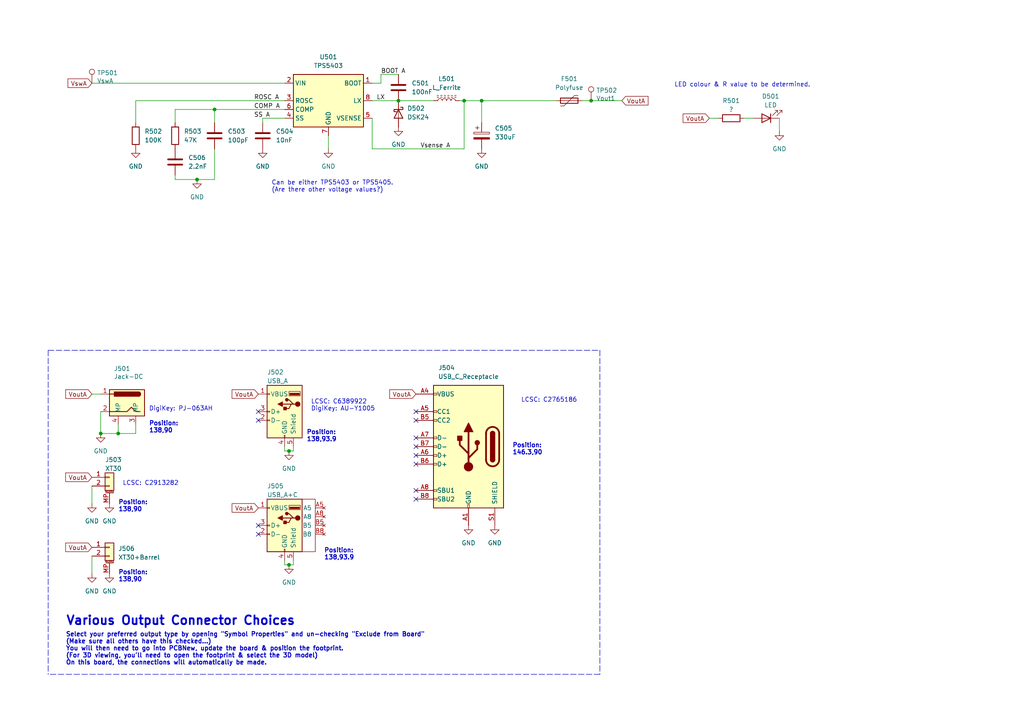
<source format=kicad_sch>
(kicad_sch (version 20211123) (generator eeschema)
  (paper "A4")
  (title_block (title "TPS540x Circuit A") (date "2024-04-01") (rev "1.0.0") (company "Scott A. Miller") (comment 1 "Don't forget to choose your output connector..."))
  (lib_symbols
    (symbol "Connector:TestPoint" (pin_numbers hide) (pin_names (offset 0.762) hide)
      (property "Reference" "TP" (at 0 6.858 0))
      (property "Value" "TestPoint" (at 0 5.08 0))
      (symbol "TestPoint_0_1"
        (circle (center 0 3.302) (radius 0.762))
      )
      (symbol "TestPoint_1_1"
        (pin passive line (at 0 0 90) (length 2.54) (name "1") (number "1"))
      )
    )
    (symbol "Connector:USB_A" (pin_names (offset 1.016))
      (property "Reference" "J" (at -5.08 11.43 0))
      (property "Value" "USB_A" (at -5.08 8.89 0))
      (symbol "USB_A_0_1"
        (rectangle (start -5.08 -7.62) (end 5.08 7.62) (stroke (width 0.254)) (fill (type background)))
        (circle (center -3.81 2.159) (radius 0.635) (stroke (width 0.254)) (fill (type outline)))
        (rectangle (start -1.524 4.826) (end -4.318 5.334) (fill (type outline)))
        (rectangle (start -1.27 4.572) (end -4.572 5.842))
        (circle (center -0.635 3.429) (radius 0.381) (stroke (width 0.254)) (fill (type outline)))
        (rectangle (start -0.127 -7.62) (end 0.127 -6.858))
        (polyline (pts (xy -3.175 2.159) (xy -2.54 2.159) (xy -1.27 3.429) (xy -0.635 3.429)) (stroke (width 0.254)))
        (polyline (pts (xy -2.54 2.159) (xy -1.905 2.159) (xy -1.27 0.889) (xy 0 0.889)) (stroke (width 0.254)))
        (polyline (pts (xy 0.635 2.794) (xy 0.635 1.524) (xy 1.905 2.159) (xy 0.635 2.794)) (stroke (width 0.254)) (fill (type outline)))
        (rectangle (start 0.254 1.27) (end -0.508 0.508) (stroke (width 0.254)) (fill (type outline)))
        (rectangle (start 5.08 -2.667) (end 4.318 -2.413))
        (rectangle (start 5.08 -0.127) (end 4.318 0.127))
        (rectangle (start 5.08 4.953) (end 4.318 5.207))
      )
      (symbol "USB_A_1_1"
        (polyline (pts (xy -1.905 2.159) (xy 0.635 2.159)) (stroke (width 0.254)))
        (pin power_in line (at 7.62 5.08 180) (length 2.54) (name "VBUS") (number "1"))
        (pin bidirectional line (at 7.62 -2.54 180) (length 2.54) (name "D-") (number "2"))
        (pin bidirectional line (at 7.62 0 180) (length 2.54) (name "D+") (number "3"))
        (pin power_in line (at 0 -10.16 90) (length 2.54) (name "GND") (number "4"))
        (pin passive line (at -2.54 -10.16 90) (length 2.54) (name "Shield") (number "5"))
      )
    )
    (symbol "Connector_Generic_MountingPin:Conn_01x02_MountingPin" (pin_names (offset 1.016) hide)
      (property "Reference" "J" (at 0 2.54 0))
      (property "Value" "Conn_01x02_MountingPin" (at 1.27 -5.08 0))
      (symbol "Conn_01x02_MountingPin_1_1"
        (rectangle (start -1.27 -2.413) (end 0 -2.667) (stroke (width 0.1524)))
        (rectangle (start -1.27 0.127) (end 0 -0.127) (stroke (width 0.1524)))
        (rectangle (start -1.27 1.27) (end 1.27 -3.81) (stroke (width 0.254)) (fill (type background)))
        (polyline (pts (xy -1.016 -4.572) (xy 1.016 -4.572)) (stroke (width 0.1524)))
        (text "Mounting" (at 0 -4.191 0) (effects (font (size 0.381 0.381))))
        (pin passive line (at -5.08 0 0) (length 3.81) (name "Pin_1") (number "1"))
        (pin passive line (at -5.08 -2.54 0) (length 3.81) (name "Pin_2") (number "2"))
        (pin passive line (at 0 -7.62 90) (length 3.048) (name "MountPin") (number "MP"))
      )
    )
    (symbol "Device:C" (pin_numbers hide) (pin_names (offset 0.254))
      (property "Reference" "C" (at 0.635 2.54 0))
      (property "Value" "C" (at 0.635 -2.54 0))
      (symbol "C_0_1"
        (polyline (pts (xy -2.032 -0.762) (xy 2.032 -0.762)) (stroke (width 0.508)))
        (polyline (pts (xy -2.032 0.762) (xy 2.032 0.762)) (stroke (width 0.508)))
      )
      (symbol "C_1_1"
        (pin passive line (at 0 3.81 270) (length 2.794) (name "~") (number "1"))
        (pin passive line (at 0 -3.81 90) (length 2.794) (name "~") (number "2"))
      )
    )
    (symbol "Device:C_Polarized" (pin_numbers hide) (pin_names (offset 0.254))
      (property "Reference" "C" (at 0.635 2.54 0))
      (property "Value" "C_Polarized" (at 0.635 -2.54 0))
      (symbol "C_Polarized_0_1"
        (rectangle (start -2.286 0.508) (end 2.286 1.016))
        (polyline (pts (xy -1.778 2.286) (xy -0.762 2.286)))
        (polyline (pts (xy -1.27 2.794) (xy -1.27 1.778)))
        (rectangle (start 2.286 -0.508) (end -2.286 -1.016) (fill (type outline)))
      )
      (symbol "C_Polarized_1_1"
        (pin passive line (at 0 3.81 270) (length 2.794) (name "~") (number "1"))
        (pin passive line (at 0 -3.81 90) (length 2.794) (name "~") (number "2"))
      )
    )
    (symbol "Device:D_Schottky" (pin_numbers hide) (pin_names (offset 1.016) hide)
      (property "Reference" "D" (at 0 2.54 0))
      (property "Value" "D_Schottky" (at 0 -2.54 0))
      (symbol "D_Schottky_0_1"
        (polyline (pts (xy 1.27 0) (xy -1.27 0)))
        (polyline (pts (xy 1.27 1.27) (xy 1.27 -1.27) (xy -1.27 0) (xy 1.27 1.27)) (stroke (width 0.254)))
        (polyline (pts (xy -1.905 0.635) (xy -1.905 1.27) (xy -1.27 1.27) (xy -1.27 -1.27) (xy -0.635 -1.27) (xy -0.635 -0.635)) (stroke (width 0.254)))
      )
      (symbol "D_Schottky_1_1"
        (pin passive line (at -3.81 0 0) (length 2.54) (name "K") (number "1"))
        (pin passive line (at 3.81 0 180) (length 2.54) (name "A") (number "2"))
      )
    )
    (symbol "Device:LED" (pin_numbers hide) (pin_names (offset 1.016) hide)
      (property "Reference" "D" (at 0 2.54 0))
      (property "Value" "LED" (at 0 -2.54 0))
      (symbol "LED_0_1"
        (polyline (pts (xy -1.27 -1.27) (xy -1.27 1.27)) (stroke (width 0.254)))
        (polyline (pts (xy -1.27 0) (xy 1.27 0)))
        (polyline (pts (xy 1.27 -1.27) (xy 1.27 1.27) (xy -1.27 0) (xy 1.27 -1.27)) (stroke (width 0.254)))
        (polyline (pts (xy -3.048 -0.762) (xy -4.572 -2.286) (xy -3.81 -2.286) (xy -4.572 -2.286) (xy -4.572 -1.524)))
        (polyline (pts (xy -1.778 -0.762) (xy -3.302 -2.286) (xy -2.54 -2.286) (xy -3.302 -2.286) (xy -3.302 -1.524)))
      )
      (symbol "LED_1_1"
        (pin passive line (at -3.81 0 0) (length 2.54) (name "K") (number "1"))
        (pin passive line (at 3.81 0 180) (length 2.54) (name "A") (number "2"))
      )
    )
    (symbol "Device:L_Ferrite" (pin_numbers hide) (pin_names (offset 1.016) hide)
      (property "Reference" "L" (at -1.27 0 90))
      (property "Value" "L_Ferrite" (at 2.794 0 90))
      (symbol "L_Ferrite_0_1"
        (arc (start 0 -2.54) (mid 0.635 -1.905) (end 0 -1.27))
        (arc (start 0 -1.27) (mid 0.635 -0.635) (end 0 0))
        (polyline (pts (xy 1.016 -2.794) (xy 1.016 -2.286)))
        (polyline (pts (xy 1.016 -1.778) (xy 1.016 -1.27)))
        (polyline (pts (xy 1.016 -0.762) (xy 1.016 -0.254)))
        (polyline (pts (xy 1.016 0.254) (xy 1.016 0.762)))
        (polyline (pts (xy 1.016 1.27) (xy 1.016 1.778)))
        (polyline (pts (xy 1.016 2.286) (xy 1.016 2.794)))
        (polyline (pts (xy 1.524 -2.286) (xy 1.524 -2.794)))
        (polyline (pts (xy 1.524 -1.27) (xy 1.524 -1.778)))
        (polyline (pts (xy 1.524 -0.254) (xy 1.524 -0.762)))
        (polyline (pts (xy 1.524 0.762) (xy 1.524 0.254)))
        (polyline (pts (xy 1.524 1.778) (xy 1.524 1.27)))
        (polyline (pts (xy 1.524 2.794) (xy 1.524 2.286)))
        (arc (start 0 0) (mid 0.635 0.635) (end 0 1.27))
        (arc (start 0 1.27) (mid 0.635 1.905) (end 0 2.54))
      )
      (symbol "L_Ferrite_1_1"
        (pin passive line (at 0 3.81 270) (length 1.27) (name "1") (number "1"))
        (pin passive line (at 0 -3.81 90) (length 1.27) (name "2") (number "2"))
      )
    )
    (symbol "Device:Polyfuse" (pin_numbers hide) (pin_names (offset 0))
      (property "Reference" "F" (at -2.54 0 90))
      (property "Value" "Polyfuse" (at 2.54 0 90))
      (symbol "Polyfuse_0_1"
        (rectangle (start -0.762 2.54) (end 0.762 -2.54) (stroke (width 0.254)))
        (polyline (pts (xy 0 2.54) (xy 0 -2.54)))
        (polyline (pts (xy -1.524 2.54) (xy -1.524 1.524) (xy 1.524 -1.524) (xy 1.524 -2.54)))
      )
      (symbol "Polyfuse_1_1"
        (pin passive line (at 0 3.81 270) (length 1.27) (name "~") (number "1"))
        (pin passive line (at 0 -3.81 90) (length 1.27) (name "~") (number "2"))
      )
    )
    (symbol "Device:R" (pin_numbers hide) (pin_names (offset 0))
      (property "Reference" "R" (at 2.032 0 90))
      (property "Value" "R" (at 0 0 90))
      (symbol "R_0_1"
        (rectangle (start -1.016 -2.54) (end 1.016 2.54) (stroke (width 0.254)))
      )
      (symbol "R_1_1"
        (pin passive line (at 0 3.81 270) (length 1.27) (name "~") (number "1"))
        (pin passive line (at 0 -3.81 90) (length 1.27) (name "~") (number "2"))
      )
    )
    (symbol "Regulator_Switching:TPS5403"
      (property "Reference" "U" (at 0 11.43 0))
      (property "Value" "TPS5403" (at 0 8.89 0))
      (symbol "TPS5403_1_1"
        (rectangle (start -10.16 7.62) (end 10.16 -7.62) (stroke (width 0.254)) (fill (type background)))
        (pin passive line (at 12.7 5.08 180) (length 2.54) (name "BOOT") (number "1"))
        (pin power_in line (at -12.7 5.08 0) (length 2.54) (name "VIN") (number "2"))
        (pin passive line (at -12.7 0 0) (length 2.54) (name "ROSC") (number "3"))
        (pin passive line (at -12.7 -5.08 0) (length 2.54) (name "SS") (number "4"))
        (pin input line (at 12.7 -5.08 180) (length 2.54) (name "VSENSE") (number "5"))
        (pin passive line (at -12.7 -2.54 0) (length 2.54) (name "COMP") (number "6"))
        (pin power_in line (at 0 -10.16 90) (length 2.54) (name "GND") (number "7"))
        (pin output line (at 12.7 0 180) (length 2.54) (name "LX") (number "8"))
      )
    )
    (symbol "power:GND" (power) (pin_names (offset 0))
      (property "Value" "GND" (at 0 -3.81 0))
      (symbol "GND_0_1"
        (polyline (pts (xy 0 0) (xy 0 -1.27) (xy 1.27 -1.27) (xy 0 -2.54) (xy -1.27 -1.27) (xy 0 -1.27)))
      )
      (symbol "GND_1_1"
        (pin power_in line (at 0 0 270) (length 0) hide (name "GND") (number "1"))
      )
    )
    (symbol "tinker:Jack-DC" (pin_names (offset 1.016))
      (property "Reference" "J" (at 0 5.334 0))
      (property "Value" "Jack-DC" (at -10.16 -2.54 0))
      (symbol "Jack-DC_0_1"
        (rectangle (start -5.08 3.81) (end 5.08 -3.81) (stroke (width 0.254)) (fill (type background)))
        (arc (start -3.302 3.175) (mid -3.937 2.54) (end -3.302 1.905) (stroke (width 0.254)))
        (arc (start -3.302 3.175) (mid -3.937 2.54) (end -3.302 1.905) (stroke (width 0.254)) (fill (type outline)))
        (polyline (pts (xy 5.08 2.54) (xy 3.81 2.54)) (stroke (width 0.254)))
        (polyline (pts (xy -3.81 -2.54) (xy -2.54 -2.54) (xy -1.27 -1.27) (xy 0 -2.54) (xy 2.54 -2.54) (xy 5.08 -2.54)) (stroke (width 0.254)))
        (rectangle (start 3.683 3.175) (end -3.302 1.905) (stroke (width 0.254)) (fill (type outline)))
      )
      (symbol "Jack-DC_1_1"
        (pin passive line (at 7.62 2.54 180) (length 2.54) (name "~") (number "1"))
        (pin passive line (at 7.62 -2.54 180) (length 2.54) (name "~") (number "2"))
        (pin power_in line (at -2.54 -6.35 90) (length 2.54) (name "MP") (number "3"))
        (pin power_in line (at 2.54 -6.35 90) (length 2.54) (name "MP") (number "4"))
      )
    )
    (symbol "tinker:USB_A+C" (pin_names (offset 1.016))
      (property "Reference" "J" (at -5.08 11.43 0))
      (property "Value" "USB_A+C" (at -5.08 8.89 0))
      (symbol "USB_A+C_0_1"
        (rectangle (start -8.89 7.62) (end -5.08 -7.62))
        (rectangle (start -5.08 -7.62) (end 5.08 7.62) (stroke (width 0.254)) (fill (type background)))
        (circle (center -3.81 2.159) (radius 0.635) (stroke (width 0.254)) (fill (type outline)))
        (rectangle (start -1.524 4.826) (end -4.318 5.334) (fill (type outline)))
        (rectangle (start -1.27 4.572) (end -4.572 5.842))
        (circle (center -0.635 3.429) (radius 0.381) (stroke (width 0.254)) (fill (type outline)))
        (rectangle (start -0.127 -7.62) (end 0.127 -6.858))
        (polyline (pts (xy -3.175 2.159) (xy -2.54 2.159) (xy -1.27 3.429) (xy -0.635 3.429)) (stroke (width 0.254)))
        (polyline (pts (xy -2.54 2.159) (xy -1.905 2.159) (xy -1.27 0.889) (xy 0 0.889)) (stroke (width 0.254)))
        (polyline (pts (xy 0.635 2.794) (xy 0.635 1.524) (xy 1.905 2.159) (xy 0.635 2.794)) (stroke (width 0.254)) (fill (type outline)))
        (rectangle (start 0.254 1.27) (end -0.508 0.508) (stroke (width 0.254)) (fill (type outline)))
        (rectangle (start 5.08 -2.667) (end 4.318 -2.413))
        (rectangle (start 5.08 -0.127) (end 4.318 0.127))
        (rectangle (start 5.08 4.953) (end 4.318 5.207))
      )
      (symbol "USB_A+C_1_1"
        (polyline (pts (xy -1.905 2.159) (xy 0.635 2.159)) (stroke (width 0.254)))
        (pin power_in line (at 7.62 5.08 180) (length 2.54) (name "VBUS") (number "1"))
        (pin bidirectional line (at 7.62 -2.54 180) (length 2.54) (name "D-") (number "2"))
        (pin bidirectional line (at 7.62 0 180) (length 2.54) (name "D+") (number "3"))
        (pin power_in line (at 0 -10.16 90) (length 2.54) (name "GND") (number "4"))
        (pin passive line (at -2.54 -10.16 90) (length 2.54) (name "Shield") (number "5"))
        (pin no_connect line (at -11.43 5.08 0) (length 2.54) (name "A5") (number "A5"))
        (pin no_connect line (at -11.43 2.54 0) (length 2.54) (name "A8") (number "A8"))
        (pin no_connect line (at -11.43 0 0) (length 2.54) (name "B5") (number "B5"))
        (pin no_connect line (at -11.43 -2.54 0) (length 2.54) (name "B8") (number "B8"))
      )
    )
    (symbol "tinker:USB_C_Receptacle" (pin_names (offset 1.016))
      (property "Reference" "J" (at -10.16 19.05 0))
      (property "Value" "USB_C_Receptacle" (at 19.05 19.05 0))
      (symbol "USB_C_Receptacle_0_0"
        (rectangle (start -0.254 -17.78) (end 0.254 -16.764))
        (rectangle (start 10.16 -14.986) (end 9.144 -15.494))
        (rectangle (start 10.16 -12.446) (end 9.144 -12.954))
        (rectangle (start 10.16 -4.826) (end 9.144 -5.334))
        (rectangle (start 10.16 -2.286) (end 9.144 -2.794))
        (rectangle (start 10.16 0.254) (end 9.144 -0.254))
        (rectangle (start 10.16 2.794) (end 9.144 2.286))
        (rectangle (start 10.16 7.874) (end 9.144 7.366))
        (rectangle (start 10.16 10.414) (end 9.144 9.906))
        (rectangle (start 10.16 15.494) (end 9.144 14.986))
      )
      (symbol "USB_C_Receptacle_0_1"
        (rectangle (start -10.16 17.78) (end 10.16 -17.78) (stroke (width 0.254)) (fill (type background)))
        (arc (start -8.89 -3.81) (mid -6.985 -5.715) (end -5.08 -3.81) (stroke (width 0.508)))
        (arc (start -7.62 -3.81) (mid -6.985 -4.445) (end -6.35 -3.81) (stroke (width 0.254)))
        (arc (start -7.62 -3.81) (mid -6.985 -4.445) (end -6.35 -3.81) (stroke (width 0.254)) (fill (type outline)))
        (rectangle (start -7.62 -3.81) (end -6.35 3.81) (stroke (width 0.254)) (fill (type outline)))
        (arc (start -6.35 3.81) (mid -6.985 4.445) (end -7.62 3.81) (stroke (width 0.254)))
        (arc (start -6.35 3.81) (mid -6.985 4.445) (end -7.62 3.81) (stroke (width 0.254)) (fill (type outline)))
        (arc (start -5.08 3.81) (mid -6.985 5.715) (end -8.89 3.81) (stroke (width 0.508)))
        (circle (center -2.54 1.143) (radius 0.635) (stroke (width 0.254)) (fill (type outline)))
        (circle (center 0 -5.842) (radius 1.27) (fill (type outline)))
        (polyline (pts (xy -8.89 -3.81) (xy -8.89 3.81)) (stroke (width 0.508)))
        (polyline (pts (xy -5.08 3.81) (xy -5.08 -3.81)) (stroke (width 0.508)))
        (polyline (pts (xy 0 -5.842) (xy 0 4.318)) (stroke (width 0.508)))
        (polyline (pts (xy 0 -3.302) (xy -2.54 -0.762) (xy -2.54 0.508)) (stroke (width 0.508)))
        (polyline (pts (xy 0 -2.032) (xy 2.54 0.508) (xy 2.54 1.778)) (stroke (width 0.508)))
        (polyline (pts (xy -1.27 4.318) (xy 0 6.858) (xy 1.27 4.318) (xy -1.27 4.318)) (stroke (width 0.254)) (fill (type outline)))
        (rectangle (start 1.905 1.778) (end 3.175 3.048) (stroke (width 0.254)) (fill (type outline)))
      )
      (symbol "USB_C_Receptacle_1_1"
        (pin passive line (at 0 -22.86 90) (length 5.08) (name "GND") (number "A1"))
        (pin passive line (at 0 -22.86 90) (length 5.08) hide (name "GND") (number "A12"))
        (pin passive line (at 15.24 15.24 180) (length 5.08) (name "VBUS") (number "A4"))
        (pin bidirectional line (at 15.24 10.16 180) (length 5.08) (name "CC1") (number "A5"))
        (pin bidirectional line (at 15.24 -2.54 180) (length 5.08) (name "D+") (number "A6"))
        (pin bidirectional line (at 15.24 2.54 180) (length 5.08) (name "D-") (number "A7"))
        (pin bidirectional line (at 15.24 -12.7 180) (length 5.08) (name "SBU1") (number "A8"))
        (pin passive line (at 15.24 15.24 180) (length 5.08) hide (name "VBUS") (number "A9"))
        (pin passive line (at 0 -22.86 90) (length 5.08) hide (name "GND") (number "B1"))
        (pin passive line (at 0 -22.86 90) (length 5.08) hide (name "GND") (number "B12"))
        (pin passive line (at 15.24 15.24 180) (length 5.08) hide (name "VBUS") (number "B4"))
        (pin bidirectional line (at 15.24 7.62 180) (length 5.08) (name "CC2") (number "B5"))
        (pin bidirectional line (at 15.24 -5.08 180) (length 5.08) (name "D+") (number "B6"))
        (pin bidirectional line (at 15.24 0 180) (length 5.08) (name "D-") (number "B7"))
        (pin bidirectional line (at 15.24 -15.24 180) (length 5.08) (name "SBU2") (number "B8"))
        (pin passive line (at 15.24 15.24 180) (length 5.08) hide (name "VBUS") (number "B9"))
        (pin passive line (at -7.62 -22.86 90) (length 5.08) (name "SHIELD") (number "S1"))
      )
    )
  )
  (junction (at 83.82 163.83))
  (junction (at 57.15 52.07))
  (junction (at 134.62 29.21))
  (junction (at 83.82 130.81))
  (junction (at 29.21 125.73))
  (junction (at 34.29 125.73))
  (junction (at 171.45 29.21))
  (junction (at 62.23 31.75))
  (junction (at 139.7 29.21))
  (junction (at 115.57 29.21))
  (no_connect (at 74.93 119.38))
  (no_connect (at 74.93 152.4))
  (no_connect (at 120.65 129.54))
  (no_connect (at 120.65 134.62))
  (no_connect (at 120.65 119.38))
  (no_connect (at 74.93 154.94))
  (no_connect (at 120.65 127))
  (no_connect (at 120.65 121.92))
  (no_connect (at 120.65 144.78))
  (no_connect (at 74.93 121.92))
  (no_connect (at 120.65 132.08))
  (no_connect (at 120.65 142.24))
  (wire (pts (xy 34.29 125.73) (xy 29.21 125.73)))
  (wire (pts (xy 62.23 52.07) (xy 57.15 52.07)))
  (wire (pts (xy 29.21 114.3) (xy 26.67 114.3)))
  (wire (pts (xy 110.49 24.13) (xy 110.49 21.59)))
  (wire (pts (xy 62.23 31.75) (xy 50.8 31.75)))
  (wire (pts (xy 26.67 24.13) (xy 82.55 24.13)))
  (wire (pts (xy 50.8 31.75) (xy 50.8 35.56)))
  (wire (pts (xy 34.29 123.19) (xy 34.29 125.73)))
  (wire (pts (xy 76.2 34.29) (xy 76.2 35.56)))
  (wire (pts (xy 215.9 34.29) (xy 218.44 34.29)))
  (wire (pts (xy 139.7 29.21) (xy 139.7 35.56)))
  (wire (pts (xy 95.25 43.18) (xy 95.25 39.37)))
  (wire (pts (xy 134.62 43.18) (xy 134.62 29.21)))
  (wire (pts (xy 82.55 31.75) (xy 62.23 31.75)))
  (wire (pts (xy 85.09 130.81) (xy 83.82 130.81)))
  (wire (pts (xy 226.06 34.29) (xy 226.06 38.1)))
  (polyline (pts (xy 13.97 101.6) (xy 173.99 101.6)))
  (wire (pts (xy 82.55 34.29) (xy 76.2 34.29)))
  (wire (pts (xy 82.55 130.81) (xy 83.82 130.81)))
  (wire (pts (xy 82.55 163.83) (xy 83.82 163.83)))
  (wire (pts (xy 107.95 24.13) (xy 110.49 24.13)))
  (wire (pts (xy 82.55 129.54) (xy 82.55 130.81)))
  (polyline (pts (xy 173.99 195.58) (xy 13.97 195.58)))
  (wire (pts (xy 85.09 162.56) (xy 85.09 163.83)))
  (wire (pts (xy 134.62 29.21) (xy 139.7 29.21)))
  (wire (pts (xy 62.23 31.75) (xy 62.23 35.56)))
  (wire (pts (xy 82.55 29.21) (xy 39.37 29.21)))
  (wire (pts (xy 139.7 29.21) (xy 161.29 29.21)))
  (polyline (pts (xy 13.97 101.6) (xy 13.97 195.58)))
  (wire (pts (xy 39.37 123.19) (xy 39.37 125.73)))
  (wire (pts (xy 107.95 34.29) (xy 107.95 43.18)))
  (wire (pts (xy 29.21 119.38) (xy 29.21 125.73)))
  (wire (pts (xy 205.74 34.29) (xy 208.28 34.29)))
  (wire (pts (xy 50.8 50.8) (xy 50.8 52.07)))
  (wire (pts (xy 85.09 163.83) (xy 83.82 163.83)))
  (wire (pts (xy 115.57 29.21) (xy 125.73 29.21)))
  (wire (pts (xy 82.55 162.56) (xy 82.55 163.83)))
  (wire (pts (xy 107.95 29.21) (xy 115.57 29.21)))
  (wire (pts (xy 39.37 29.21) (xy 39.37 35.56)))
  (wire (pts (xy 62.23 43.18) (xy 62.23 52.07)))
  (wire (pts (xy 168.91 29.21) (xy 171.45 29.21)))
  (wire (pts (xy 50.8 52.07) (xy 57.15 52.07)))
  (wire (pts (xy 39.37 125.73) (xy 34.29 125.73)))
  (polyline (pts (xy 173.99 101.6) (xy 173.99 195.58)))
  (wire (pts (xy 26.67 161.29) (xy 26.67 166.37)))
  (wire (pts (xy 110.49 21.59) (xy 115.57 21.59)))
  (wire (pts (xy 26.67 140.97) (xy 26.67 146.05)))
  (wire (pts (xy 171.45 29.21) (xy 180.34 29.21)))
  (wire (pts (xy 85.09 129.54) (xy 85.09 130.81)))
  (wire (pts (xy 134.62 29.21) (xy 133.35 29.21)))
  (wire (pts (xy 107.95 43.18) (xy 134.62 43.18)))
  (text "Position:\n146.3,90" (at 148.59 132.08 0) (effects (font (size 1.27 1.27) bold) (justify left bottom)))
  (text "LCSC: C2765186" (at 151.13 116.84 0) (effects (font (size 1.27 1.27)) (justify left bottom)))
  (text "Can be either TPS5403 or TPS5405.\n(Are there other voltage values?)" (at 78.74 55.88 0) (effects (font (size 1.27 1.27)) (justify left bottom)))
  (text "Various Output Connector Choices" (at 19.05 181.61 0) (effects (font (size 2.54 2.54) (thickness 0.508) bold) (justify left bottom)))
  (text "Position:\n138,90" (at 34.29 148.59 0) (effects (font (size 1.27 1.27) bold) (justify left bottom)))
  (text "DigiKey: PJ-063AH" (at 43.18 119.38 0) (effects (font (size 1.27 1.27)) (justify left bottom)))
  (text "LCSC: C6389922\nDigiKey: AU-Y1005" (at 90.17 119.38 0) (effects (font (size 1.27 1.27)) (justify left bottom)))
  (text "LCSC: C2913282" (at 35.56 140.97 0) (effects (font (size 1.27 1.27)) (justify left bottom)))
  (text "LED colour & R value to be determined." (at 195.58 25.4 0) (effects (font (size 1.27 1.27)) (justify left bottom)))
  (text "Position:\n138,93.9" (at 88.9 128.27 0) (effects (font (size 1.27 1.27) bold) (justify left bottom)))
  (text "Position:\n138,90" (at 34.29 168.91 0) (effects (font (size 1.27 1.27) bold) (justify left bottom)))
  (text "Select your preferred output type by opening \"Symbol Properties\" and un-checking \"Exclude from Board\"\n(Make sure all others have this checked...)\nYou will then need to go into PCBNew, update the board & position the footprint.\n(For 3D viewing, you'll need to open the footprint & select the 3D model)\nOn this board, the connections will automatically be made.\n" (at 19.05 193.04 0) (effects (font (size 1.27 1.27) bold) (justify left bottom)))
  (text "Position:\n138,90" (at 43.18 125.73 0) (effects (font (size 1.27 1.27) bold) (justify left bottom)))
  (text "Position:\n138,93.9" (at 93.98 162.56 0) (effects (font (size 1.27 1.27) bold) (justify left bottom)))
  (label "BOOT A" (at 110.49 21.59 0))
  (label "SS A" (at 73.66 34.29 0))
  (label "LX" (at 109.22 29.21 0))
  (label "ROSC A" (at 73.66 29.21 0))
  (label "COMP A" (at 73.66 31.75 0))
  (label "Vsense A" (at 121.92 43.18 0))
  (global_label "VoutA" (shape input) (at 26.67 114.3 180) (property "Intersheet References" "${INTERSHEET_REFS}" (effects hide)))
  (global_label "VoutA" (shape input) (at 180.34 29.21 0) (property "Intersheet References" "${INTERSHEET_REFS}" (effects hide)))
  (global_label "VoutA" (shape input) (at 120.65 114.3 180) (property "Intersheet References" "${INTERSHEET_REFS}" (effects hide)))
  (global_label "VoutA" (shape input) (at 26.67 158.75 180) (property "Intersheet References" "${INTERSHEET_REFS}" (effects hide)))
  (global_label "VoutA" (shape input) (at 74.93 114.3 180) (property "Intersheet References" "${INTERSHEET_REFS}" (effects hide)))
  (global_label "VoutA" (shape input) (at 74.93 147.32 180) (property "Intersheet References" "${INTERSHEET_REFS}" (effects hide)))
  (global_label "VoutA" (shape input) (at 26.67 138.43 180) (property "Intersheet References" "${INTERSHEET_REFS}" (effects hide)))
  (global_label "VoutA" (shape input) (at 205.74 34.29 180) (property "Intersheet References" "${INTERSHEET_REFS}" (effects hide)))
  (global_label "VswA" (shape input) (at 26.67 24.13 180) (property "Intersheet References" "${INTERSHEET_REFS}" (effects hide)))
  (symbol (lib_id "power:GND") (at 115.57 36.83 0) (unit 1)
    (property "Reference" "#PWR0106" (effects hide))
    (property "Value" "GND" (at 115.57 41.91 0))
  )
  (symbol (lib_id "power:GND") (at 83.82 130.81 0) (unit 1)
    (property "Reference" "#PWR0501" (effects hide))
    (property "Value" "GND" (at 83.82 135.89 0))
  )
  (symbol (lib_id "power:GND") (at 39.37 43.18 0) (unit 1)
    (property "Reference" "#PWR0104" (effects hide))
    (property "Value" "GND" (at 39.37 48.26 0))
  )
  (symbol (lib_id "tinker:USB_C_Receptacle") (at 135.89 129.54 0) (mirror y) (unit 1) (in_bom no) (on_board no)
    (property "Reference" "J504" (at 129.54 106.68 0))
    (property "Value" "USB_C_Receptacle" (at 135.89 109.22 0))
    (property "Footprint" "tinker:USB_C_Receptacle_HRO_TYPE-C-31-M-12" (effects hide))
    (property "Datasheet" "https://www.usb.org/sites/default/files/documents/usb_type-c.zip" (effects hide))
    (property "LCSC" "C2765186" (effects hide))
  )
  (symbol (lib_id "power:GND") (at 139.7 43.18 0) (unit 1)
    (property "Reference" "#PWR0107" (effects hide))
    (property "Value" "GND" (at 139.7 48.26 0))
  )
  (symbol (lib_id "tinker:Jack-DC") (at 36.83 116.84 0) (mirror y) (unit 1) (in_bom no) (on_board no)
    (property "Reference" "J501" (at 33.02 106.9086 0) (effects (justify right)))
    (property "Value" "Jack-DC" (at 33.02 109.22 0) (effects (justify right)))
    (property "Footprint" "tinker:BarrelJack_CUI_PJ-063AH_Horizontal" (effects hide))
  )
  (symbol (lib_id "Connector_Generic_MountingPin:Conn_01x02_MountingPin") (at 31.75 138.43 0) (unit 1) (in_bom no) (on_board no)
    (property "Reference" "J503" (at 30.48 133.35 0) (effects (justify left)))
    (property "Value" "XT30" (at 30.48 135.89 0) (effects (justify left)))
    (property "Footprint" "tinker:CONN-TH_XT30PW-F-1" (effects hide))
    (property "LCSC" "C2913282" (effects hide))
  )
  (symbol (lib_id "power:GND") (at 143.51 152.4 0) (unit 1)
    (property "Reference" "#PWR0124" (effects hide))
    (property "Value" "GND" (at 143.51 157.48 0))
  )
  (symbol (lib_id "Connector_Generic_MountingPin:Conn_01x02_MountingPin") (at 31.75 158.75 0) (unit 1) (in_bom no) (on_board no)
    (property "Reference" "J506" (at 34.29 159.1055 0) (effects (justify left)))
    (property "Value" "XT30+Barrel" (at 34.29 161.6455 0) (effects (justify left)))
    (property "Footprint" "tinker:CONN-TH_XT30PW-F-1+Barrel" (effects hide))
    (property "LCSC" "XT30-(C2913282)" (effects hide))
    (property "DigiKey" "Barrel-(PJ-063AH)" (effects hide))
  )
  (symbol (lib_id "Device:Polyfuse") (at 165.1 29.21 90) (unit 1)
    (property "Reference" "F501" (at 165.1 22.86 90))
    (property "Value" "Polyfuse" (at 165.1 25.4 90))
    (property "Footprint" "tinker:F1206" (effects hide))
    (property "Datasheet" "https://www.lcsc.com/datasheet/lcsc_datasheet_2305121424_BHFUSE-BSMD1206L-260_C960020.pdf" (effects hide))
    (property "LCSC" "C883134" (effects hide))
    (property "Field5" "BHFuse BSMD1206 family" (effects hide))
    (property "Field6" "https://www.lcsc.com/products/Resettable-Fuses_11042.html?keyword=BSMD1206" (effects hide))
  )
  (symbol (lib_id "power:GND") (at 31.75 146.05 0) (unit 1)
    (property "Reference" "#PWR0122" (effects hide))
    (property "Value" "GND" (at 31.75 151.13 0))
  )
  (symbol (lib_id "power:GND") (at 95.25 43.18 0) (unit 1)
    (property "Reference" "#PWR0101" (effects hide))
    (property "Value" "GND" (at 95.25 48.26 0))
  )
  (symbol (lib_id "Device:D_Schottky") (at 115.57 33.02 270) (unit 1)
    (property "Reference" "D502" (at 118.11 31.4324 90) (effects (justify left)))
    (property "Value" "DSK24" (at 118.11 33.9724 90) (effects (justify left)))
    (property "Footprint" "Diode_SMD:D_SOD-123" (effects hide))
    (property "LCSC" "C908229" (effects hide))
  )
  (symbol (lib_id "Device:C") (at 62.23 39.37 0) (unit 1)
    (property "Reference" "C503" (at 66.04 38.0999 0) (effects (justify left)))
    (property "Value" "100pF" (at 66.04 40.6399 0) (effects (justify left)))
    (property "Footprint" "Capacitor_SMD:C_0603_1608Metric" (effects hide))
    (property "LCSC" "C44567" (effects hide))
  )
  (symbol (lib_id "Regulator_Switching:TPS5403") (at 95.25 29.21 0) (unit 1)
    (property "Reference" "U501" (at 95.25 16.51 0))
    (property "Value" "TPS5403" (at 95.25 19.05 0))
    (property "Footprint" "Package_SO:SOIC-8_3.9x4.9mm_P1.27mm" (effects hide))
    (property "Datasheet" "https://www.ti.com/lit/ds/symlink/tps5403.pdf" (effects hide))
    (property "DigiKey" "TPS5403DR, TPS5405DR" (effects hide))
    (property "LCSC" "C962080, C488409" (effects hide))
  )
  (symbol (lib_id "tinker:USB_A+C") (at 82.55 152.4 0) (mirror y) (unit 1)
    (property "Reference" "J505" (at 77.47 140.97 0) (effects (justify right)))
    (property "Value" "USB_A+C" (at 77.47 143.51 0) (effects (justify right)))
    (property "Footprint" "tinker:USB_A+C" (effects hide))
    (property "Datasheet" " ~" (effects hide))
    (property "LCSC" "A-(C6389922) C-(C2765186)" (effects hide))
    (property "DigiKey" "A-(AU-Y1005)" (effects hide))
  )
  (symbol (lib_id "Device:R") (at 50.8 39.37 0) (unit 1)
    (property "Reference" "R503" (at 53.34 38.0999 0) (effects (justify left)))
    (property "Value" "47K" (at 53.34 40.6399 0) (effects (justify left)))
    (property "Footprint" "Resistor_SMD:R_0603_1608Metric" (effects hide))
    (property "LCSC" "C25819" (effects hide))
  )
  (symbol (lib_id "Device:C") (at 50.8 46.99 0) (unit 1)
    (property "Reference" "C506" (at 54.61 45.7199 0) (effects (justify left)))
    (property "Value" "2.2nF" (at 54.61 48.2599 0) (effects (justify left)))
    (property "Footprint" "Capacitor_SMD:C_0603_1608Metric" (effects hide))
    (property "LCSC" "C1604" (effects hide))
  )
  (symbol (lib_id "power:GND") (at 226.06 38.1 0) (unit 1)
    (property "Reference" "#PWR0109" (effects hide))
    (property "Value" "GND" (at 226.06 43.18 0))
  )
  (symbol (lib_id "Connector:TestPoint") (at 171.45 29.21 0) (unit 1) (in_bom no)
    (property "Reference" "TP502" (at 172.9232 26.2128 0) (effects (justify left)))
    (property "Value" "Vout1" (at 172.9232 28.5242 0) (effects (justify left)))
    (property "Footprint" "tinker:TestPoint_THTPad_D1.0mm_Drill0.5mm" (effects hide))
  )
  (symbol (lib_id "power:GND") (at 57.15 52.07 0) (unit 1)
    (property "Reference" "#PWR0102" (effects hide))
    (property "Value" "GND" (at 57.15 57.15 0))
  )
  (symbol (lib_id "power:GND") (at 76.2 43.18 0) (unit 1)
    (property "Reference" "#PWR0103" (effects hide))
    (property "Value" "GND" (at 76.2 48.26 0))
  )
  (symbol (lib_id "Device:C") (at 76.2 39.37 0) (unit 1)
    (property "Reference" "C504" (at 80.01 38.0999 0) (effects (justify left)))
    (property "Value" "10nF" (at 80.01 40.6399 0) (effects (justify left)))
    (property "Footprint" "Capacitor_SMD:C_0603_1608Metric" (effects hide))
    (property "LCSC" "C107059" (effects hide))
  )
  (symbol (lib_id "power:GND") (at 135.89 152.4 0) (unit 1)
    (property "Reference" "#PWR0125" (effects hide))
    (property "Value" "GND" (at 135.89 157.48 0))
  )
  (symbol (lib_id "power:GND") (at 29.21 125.73 0) (unit 1)
    (property "Reference" "#PWR0108" (effects hide))
    (property "Value" "GND" (at 29.21 130.81 0))
  )
  (symbol (lib_id "Device:R") (at 212.09 34.29 90) (unit 1)
    (property "Reference" "R501" (at 212.09 29.21 90))
    (property "Value" "?" (at 212.09 31.75 90))
    (property "Footprint" "Resistor_SMD:R_0603_1608Metric" (effects hide))
  )
  (symbol (lib_id "Device:LED") (at 222.25 34.29 180) (unit 1)
    (property "Reference" "D501" (at 223.52 27.94 0))
    (property "Value" "LED" (at 223.52 30.48 0))
    (property "Footprint" "LED_SMD:LED_0603_1608Metric" (effects hide))
  )
  (symbol (lib_id "Device:C_Polarized") (at 139.7 39.37 0) (unit 1)
    (property "Reference" "C505" (at 143.51 37.2109 0) (effects (justify left)))
    (property "Value" "330uF" (at 143.51 39.7509 0) (effects (justify left)))
    (property "Footprint" "Capacitor_SMD:CP_Elec_8x10" (effects hide))
    (property "LCSC" "C178599" (effects hide))
  )
  (symbol (lib_id "Device:C") (at 115.57 25.4 0) (unit 1)
    (property "Reference" "C501" (at 119.38 24.1299 0) (effects (justify left)))
    (property "Value" "100nF" (at 119.38 26.6699 0) (effects (justify left)))
    (property "Footprint" "Capacitor_SMD:C_0603_1608Metric" (effects hide))
    (property "LCSC" "C14663" (effects hide))
  )
  (symbol (lib_id "Device:R") (at 39.37 39.37 0) (unit 1)
    (property "Reference" "R502" (at 41.91 38.0999 0) (effects (justify left)))
    (property "Value" "100K" (at 41.91 40.6399 0) (effects (justify left)))
    (property "Footprint" "Resistor_SMD:R_0603_1608Metric" (effects hide))
    (property "LCSC" "C25803" (effects hide))
  )
  (symbol (lib_id "power:GND") (at 83.82 163.83 0) (unit 1)
    (property "Reference" "#PWR0128" (effects hide))
    (property "Value" "GND" (at 83.82 168.91 0))
  )
  (symbol (lib_id "Device:L_Ferrite") (at 129.54 29.21 90) (unit 1)
    (property "Reference" "L501" (at 129.54 22.86 90))
    (property "Value" "L_Ferrite" (at 129.54 25.4 90))
    (property "Footprint" "tinker:IND-SMD_L7.1-W6.6" (effects hide))
    (property "LCSC" "C2983095" (effects hide))
  )
  (symbol (lib_id "power:GND") (at 26.67 166.37 0) (unit 1)
    (property "Reference" "#PWR0113" (effects hide))
    (property "Value" "GND" (at 26.67 171.45 0))
  )
  (symbol (lib_id "Connector:USB_A") (at 82.55 119.38 0) (mirror y) (unit 1) (in_bom no) (on_board no)
    (property "Reference" "J502" (at 77.47 107.95 0) (effects (justify right)))
    (property "Value" "USB_A" (at 77.47 110.49 0) (effects (justify right)))
    (property "Footprint" "tinker:USB_A_Female_THT" (effects hide))
    (property "Datasheet" " ~" (effects hide))
    (property "LCSC" "C6389922" (effects hide))
    (property "DigiKey" "AU-Y1005" (effects hide))
  )
  (symbol (lib_id "power:GND") (at 26.67 146.05 0) (unit 1)
    (property "Reference" "#PWR0123" (effects hide))
    (property "Value" "GND" (at 26.67 151.13 0))
  )
  (symbol (lib_id "Connector:TestPoint") (at 26.67 24.13 0) (unit 1) (in_bom no)
    (property "Reference" "TP501" (at 28.1432 21.1328 0) (effects (justify left)))
    (property "Value" "VswA" (at 28.1432 23.4442 0) (effects (justify left)))
    (property "Footprint" "tinker:TestPoint_THTPad_D1.0mm_Drill0.5mm" (effects hide))
  )
  (symbol (lib_id "power:GND") (at 31.75 166.37 0) (unit 1)
    (property "Reference" "#PWR0112" (effects hide))
    (property "Value" "GND" (at 31.75 171.45 0))
  )
)
</source>
